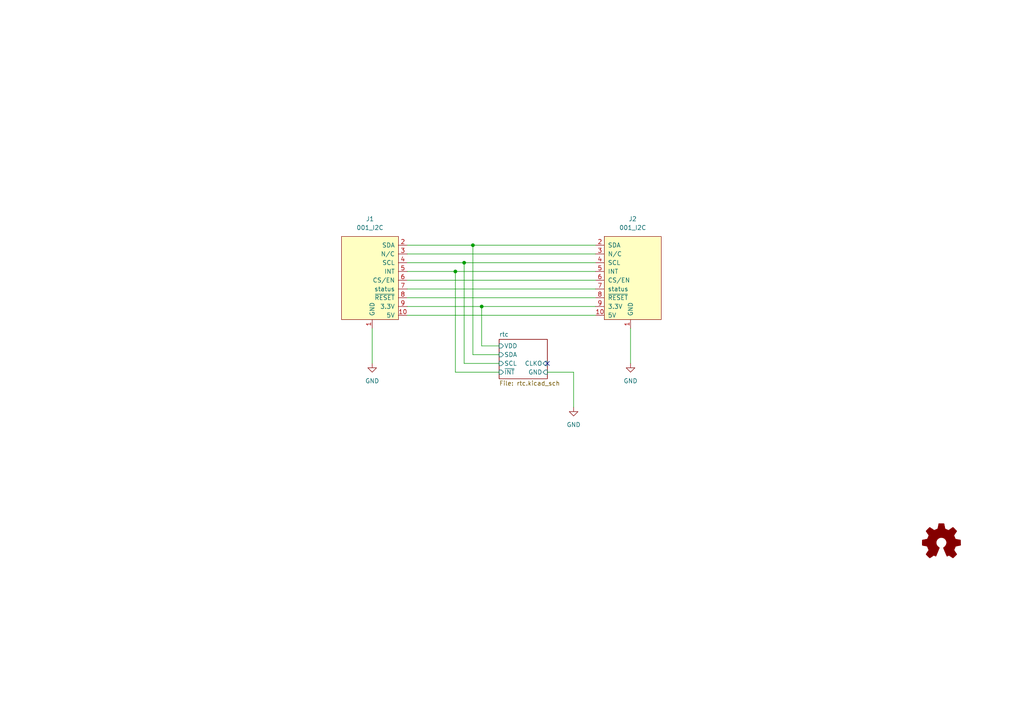
<source format=kicad_sch>
(kicad_sch
	(version 20231120)
	(generator "eeschema")
	(generator_version "8.0")
	(uuid "57732dd3-1162-4c3f-88bd-31bf473d124d")
	(paper "A4")
	(lib_symbols
		(symbol "Graphic:Logo_Open_Hardware_Small"
			(pin_names
				(offset 1.016)
			)
			(exclude_from_sim no)
			(in_bom yes)
			(on_board yes)
			(property "Reference" "#LOGO"
				(at 0 6.985 0)
				(effects
					(font
						(size 1.27 1.27)
					)
					(hide yes)
				)
			)
			(property "Value" "Logo_Open_Hardware_Small"
				(at 0 -5.715 0)
				(effects
					(font
						(size 1.27 1.27)
					)
					(hide yes)
				)
			)
			(property "Footprint" ""
				(at 0 0 0)
				(effects
					(font
						(size 1.27 1.27)
					)
					(hide yes)
				)
			)
			(property "Datasheet" "~"
				(at 0 0 0)
				(effects
					(font
						(size 1.27 1.27)
					)
					(hide yes)
				)
			)
			(property "Description" "Open Hardware logo, small"
				(at 0 0 0)
				(effects
					(font
						(size 1.27 1.27)
					)
					(hide yes)
				)
			)
			(property "ki_keywords" "Logo"
				(at 0 0 0)
				(effects
					(font
						(size 1.27 1.27)
					)
					(hide yes)
				)
			)
			(symbol "Logo_Open_Hardware_Small_0_1"
				(polyline
					(pts
						(xy 3.3528 -4.3434) (xy 3.302 -4.318) (xy 3.175 -4.2418) (xy 2.9972 -4.1148) (xy 2.7686 -3.9624)
						(xy 2.54 -3.81) (xy 2.3622 -3.7084) (xy 2.2352 -3.6068) (xy 2.1844 -3.5814) (xy 2.159 -3.6068)
						(xy 2.0574 -3.6576) (xy 1.905 -3.7338) (xy 1.8034 -3.7846) (xy 1.6764 -3.8354) (xy 1.6002 -3.8354)
						(xy 1.6002 -3.8354) (xy 1.5494 -3.7338) (xy 1.4732 -3.5306) (xy 1.3462 -3.302) (xy 1.2446 -3.0226)
						(xy 1.1176 -2.7178) (xy 0.9652 -2.413) (xy 0.8636 -2.1082) (xy 0.7366 -1.8288) (xy 0.6604 -1.6256)
						(xy 0.6096 -1.4732) (xy 0.5842 -1.397) (xy 0.5842 -1.397) (xy 0.6604 -1.3208) (xy 0.7874 -1.2446)
						(xy 1.0414 -1.016) (xy 1.2954 -0.6858) (xy 1.4478 -0.3302) (xy 1.524 0.0762) (xy 1.4732 0.4572)
						(xy 1.3208 0.8128) (xy 1.0668 1.143) (xy 0.762 1.3716) (xy 0.4064 1.524) (xy 0 1.5748) (xy -0.381 1.5494)
						(xy -0.7366 1.397) (xy -1.0668 1.143) (xy -1.2192 0.9906) (xy -1.397 0.6604) (xy -1.524 0.3048)
						(xy -1.524 0.2286) (xy -1.4986 -0.1778) (xy -1.397 -0.5334) (xy -1.1938 -0.8636) (xy -0.9144 -1.143)
						(xy -0.8636 -1.1684) (xy -0.7366 -1.27) (xy -0.635 -1.3462) (xy -0.5842 -1.397) (xy -1.0668 -2.5908)
						(xy -1.143 -2.794) (xy -1.2954 -3.1242) (xy -1.397 -3.4036) (xy -1.4986 -3.6322) (xy -1.5748 -3.7846)
						(xy -1.6002 -3.8354) (xy -1.6002 -3.8354) (xy -1.651 -3.8354) (xy -1.7272 -3.81) (xy -1.905 -3.7338)
						(xy -2.0066 -3.683) (xy -2.1336 -3.6068) (xy -2.2098 -3.5814) (xy -2.2606 -3.6068) (xy -2.3622 -3.683)
						(xy -2.54 -3.81) (xy -2.7686 -3.9624) (xy -2.9718 -4.0894) (xy -3.1496 -4.2164) (xy -3.302 -4.318)
						(xy -3.3528 -4.3434) (xy -3.3782 -4.3434) (xy -3.429 -4.318) (xy -3.5306 -4.2164) (xy -3.7084 -4.064)
						(xy -3.937 -3.8354) (xy -3.9624 -3.81) (xy -4.1656 -3.6068) (xy -4.318 -3.4544) (xy -4.4196 -3.3274)
						(xy -4.445 -3.2766) (xy -4.445 -3.2766) (xy -4.4196 -3.2258) (xy -4.318 -3.0734) (xy -4.2164 -2.8956)
						(xy -4.064 -2.667) (xy -3.6576 -2.0828) (xy -3.8862 -1.5494) (xy -3.937 -1.3716) (xy -4.0386 -1.1684)
						(xy -4.0894 -1.0414) (xy -4.1148 -0.9652) (xy -4.191 -0.9398) (xy -4.318 -0.9144) (xy -4.5466 -0.8636)
						(xy -4.8006 -0.8128) (xy -5.0546 -0.7874) (xy -5.2578 -0.7366) (xy -5.4356 -0.7112) (xy -5.5118 -0.6858)
						(xy -5.5118 -0.6858) (xy -5.5372 -0.635) (xy -5.5372 -0.5588) (xy -5.5372 -0.4318) (xy -5.5626 -0.2286)
						(xy -5.5626 0.0762) (xy -5.5626 0.127) (xy -5.5372 0.4064) (xy -5.5372 0.635) (xy -5.5372 0.762)
						(xy -5.5372 0.8382) (xy -5.5372 0.8382) (xy -5.461 0.8382) (xy -5.3086 0.889) (xy -5.08 0.9144)
						(xy -4.826 0.9652) (xy -4.8006 0.9906) (xy -4.5466 1.0414) (xy -4.318 1.0668) (xy -4.1656 1.1176)
						(xy -4.0894 1.143) (xy -4.0894 1.143) (xy -4.0386 1.2446) (xy -3.9624 1.4224) (xy -3.8608 1.6256)
						(xy -3.7846 1.8288) (xy -3.7084 2.0066) (xy -3.6576 2.159) (xy -3.6322 2.2098) (xy -3.6322 2.2098)
						(xy -3.683 2.286) (xy -3.7592 2.413) (xy -3.8862 2.5908) (xy -4.064 2.8194) (xy -4.064 2.8448)
						(xy -4.2164 3.0734) (xy -4.3434 3.2512) (xy -4.4196 3.3782) (xy -4.445 3.4544) (xy -4.445 3.4544)
						(xy -4.3942 3.5052) (xy -4.2926 3.6322) (xy -4.1148 3.81) (xy -3.937 4.0132) (xy -3.8608 4.064)
						(xy -3.6576 4.2926) (xy -3.5052 4.4196) (xy -3.4036 4.4958) (xy -3.3528 4.5212) (xy -3.3528 4.5212)
						(xy -3.302 4.4704) (xy -3.1496 4.3688) (xy -2.9718 4.2418) (xy -2.7432 4.0894) (xy -2.7178 4.0894)
						(xy -2.4892 3.937) (xy -2.3114 3.81) (xy -2.1844 3.7084) (xy -2.1336 3.683) (xy -2.1082 3.683)
						(xy -2.032 3.7084) (xy -1.8542 3.7592) (xy -1.6764 3.8354) (xy -1.4732 3.937) (xy -1.27 4.0132)
						(xy -1.143 4.064) (xy -1.0668 4.1148) (xy -1.0668 4.1148) (xy -1.0414 4.191) (xy -1.016 4.3434)
						(xy -0.9652 4.572) (xy -0.9144 4.8514) (xy -0.889 4.9022) (xy -0.8382 5.1562) (xy -0.8128 5.3848)
						(xy -0.7874 5.5372) (xy -0.762 5.588) (xy -0.7112 5.6134) (xy -0.5842 5.6134) (xy -0.4064 5.6134)
						(xy -0.1524 5.6134) (xy 0.0762 5.6134) (xy 0.3302 5.6134) (xy 0.5334 5.6134) (xy 0.6858 5.588)
						(xy 0.7366 5.588) (xy 0.7366 5.588) (xy 0.762 5.5118) (xy 0.8128 5.334) (xy 0.8382 5.1054) (xy 0.9144 4.826)
						(xy 0.9144 4.7752) (xy 0.9652 4.5212) (xy 1.016 4.2926) (xy 1.0414 4.1402) (xy 1.0668 4.0894)
						(xy 1.0668 4.0894) (xy 1.1938 4.0386) (xy 1.3716 3.9624) (xy 1.5748 3.8608) (xy 2.0828 3.6576)
						(xy 2.7178 4.0894) (xy 2.7686 4.1402) (xy 2.9972 4.2926) (xy 3.175 4.4196) (xy 3.302 4.4958) (xy 3.3782 4.5212)
						(xy 3.3782 4.5212) (xy 3.429 4.4704) (xy 3.556 4.3434) (xy 3.7338 4.191) (xy 3.9116 3.9878) (xy 4.064 3.8354)
						(xy 4.2418 3.6576) (xy 4.3434 3.556) (xy 4.4196 3.4798) (xy 4.4196 3.429) (xy 4.4196 3.4036) (xy 4.3942 3.3274)
						(xy 4.2926 3.2004) (xy 4.1656 2.9972) (xy 4.0132 2.794) (xy 3.8862 2.5908) (xy 3.7592 2.3876)
						(xy 3.6576 2.2352) (xy 3.6322 2.159) (xy 3.6322 2.1336) (xy 3.683 2.0066) (xy 3.7592 1.8288) (xy 3.8608 1.6002)
						(xy 4.064 1.1176) (xy 4.3942 1.0414) (xy 4.5974 1.016) (xy 4.8768 0.9652) (xy 5.1308 0.9144) (xy 5.5372 0.8382)
						(xy 5.5626 -0.6604) (xy 5.4864 -0.6858) (xy 5.4356 -0.6858) (xy 5.2832 -0.7366) (xy 5.0546 -0.762)
						(xy 4.8006 -0.8128) (xy 4.5974 -0.8636) (xy 4.3688 -0.9144) (xy 4.2164 -0.9398) (xy 4.1402 -0.9398)
						(xy 4.1148 -0.9652) (xy 4.064 -1.0668) (xy 3.9878 -1.2446) (xy 3.9116 -1.4478) (xy 3.81 -1.651)
						(xy 3.7338 -1.8542) (xy 3.683 -2.0066) (xy 3.6576 -2.0828) (xy 3.683 -2.1336) (xy 3.7846 -2.2606)
						(xy 3.8862 -2.4638) (xy 4.0386 -2.667) (xy 4.191 -2.8956) (xy 4.318 -3.0734) (xy 4.3942 -3.2004)
						(xy 4.445 -3.2766) (xy 4.4196 -3.3274) (xy 4.3434 -3.429) (xy 4.1656 -3.5814) (xy 3.937 -3.8354)
						(xy 3.8862 -3.8608) (xy 3.683 -4.064) (xy 3.5306 -4.2164) (xy 3.4036 -4.318) (xy 3.3528 -4.3434)
					)
					(stroke
						(width 0)
						(type default)
					)
					(fill
						(type outline)
					)
				)
			)
		)
		(symbol "power:GND"
			(power)
			(pin_names
				(offset 0)
			)
			(exclude_from_sim no)
			(in_bom yes)
			(on_board yes)
			(property "Reference" "#PWR"
				(at 0 -6.35 0)
				(effects
					(font
						(size 1.27 1.27)
					)
					(hide yes)
				)
			)
			(property "Value" "GND"
				(at 0 -3.81 0)
				(effects
					(font
						(size 1.27 1.27)
					)
				)
			)
			(property "Footprint" ""
				(at 0 0 0)
				(effects
					(font
						(size 1.27 1.27)
					)
					(hide yes)
				)
			)
			(property "Datasheet" ""
				(at 0 0 0)
				(effects
					(font
						(size 1.27 1.27)
					)
					(hide yes)
				)
			)
			(property "Description" "Power symbol creates a global label with name \"GND\" , ground"
				(at 0 0 0)
				(effects
					(font
						(size 1.27 1.27)
					)
					(hide yes)
				)
			)
			(property "ki_keywords" "power-flag"
				(at 0 0 0)
				(effects
					(font
						(size 1.27 1.27)
					)
					(hide yes)
				)
			)
			(symbol "GND_0_1"
				(polyline
					(pts
						(xy 0 0) (xy 0 -1.27) (xy 1.27 -1.27) (xy 0 -2.54) (xy -1.27 -1.27) (xy 0 -1.27)
					)
					(stroke
						(width 0)
						(type default)
					)
					(fill
						(type none)
					)
				)
			)
			(symbol "GND_1_1"
				(pin power_in line
					(at 0 0 270)
					(length 0) hide
					(name "GND"
						(effects
							(font
								(size 1.27 1.27)
							)
						)
					)
					(number "1"
						(effects
							(font
								(size 1.27 1.27)
							)
						)
					)
				)
			)
		)
		(symbol "put_on_edge:001_I2C"
			(pin_names
				(offset 1.016)
			)
			(exclude_from_sim no)
			(in_bom yes)
			(on_board yes)
			(property "Reference" "J"
				(at -2.54 13.97 0)
				(effects
					(font
						(size 1.27 1.27)
					)
				)
			)
			(property "Value" "001_I2C"
				(at 8.89 13.97 0)
				(effects
					(font
						(size 1.27 1.27)
					)
				)
			)
			(property "Footprint" ""
				(at 7.62 16.51 0)
				(effects
					(font
						(size 1.27 1.27)
					)
					(hide yes)
				)
			)
			(property "Datasheet" ""
				(at 7.62 16.51 0)
				(effects
					(font
						(size 1.27 1.27)
					)
					(hide yes)
				)
			)
			(property "Description" ""
				(at 0 0 0)
				(effects
					(font
						(size 1.27 1.27)
					)
					(hide yes)
				)
			)
			(symbol "001_I2C_0_1"
				(rectangle
					(start -8.89 12.7)
					(end 7.62 -11.43)
					(stroke
						(width 0)
						(type default)
					)
					(fill
						(type background)
					)
				)
			)
			(symbol "001_I2C_1_1"
				(pin power_in line
					(at -1.27 -13.97 90)
					(length 2.54)
					(name "GND"
						(effects
							(font
								(size 1.27 1.27)
							)
						)
					)
					(number "1"
						(effects
							(font
								(size 1.27 1.27)
							)
						)
					)
				)
				(pin power_in line
					(at -11.43 -10.16 0)
					(length 2.54)
					(name "5V"
						(effects
							(font
								(size 1.27 1.27)
							)
						)
					)
					(number "10"
						(effects
							(font
								(size 1.27 1.27)
							)
						)
					)
				)
				(pin bidirectional line
					(at -11.43 10.16 0)
					(length 2.54)
					(name "SDA"
						(effects
							(font
								(size 1.27 1.27)
							)
						)
					)
					(number "2"
						(effects
							(font
								(size 1.27 1.27)
							)
						)
					)
				)
				(pin bidirectional line
					(at -11.43 7.62 0)
					(length 2.54)
					(name "N/C"
						(effects
							(font
								(size 1.27 1.27)
							)
						)
					)
					(number "3"
						(effects
							(font
								(size 1.27 1.27)
							)
						)
					)
				)
				(pin bidirectional line
					(at -11.43 5.08 0)
					(length 2.54)
					(name "SCL"
						(effects
							(font
								(size 1.27 1.27)
							)
						)
					)
					(number "4"
						(effects
							(font
								(size 1.27 1.27)
							)
						)
					)
				)
				(pin bidirectional line
					(at -11.43 2.54 0)
					(length 2.54)
					(name "INT"
						(effects
							(font
								(size 1.27 1.27)
							)
						)
					)
					(number "5"
						(effects
							(font
								(size 1.27 1.27)
							)
						)
					)
				)
				(pin bidirectional line
					(at -11.43 0 0)
					(length 2.54)
					(name "CS/EN"
						(effects
							(font
								(size 1.27 1.27)
							)
						)
					)
					(number "6"
						(effects
							(font
								(size 1.27 1.27)
							)
						)
					)
				)
				(pin bidirectional line
					(at -11.43 -2.54 0)
					(length 2.54)
					(name "status"
						(effects
							(font
								(size 1.27 1.27)
							)
						)
					)
					(number "7"
						(effects
							(font
								(size 1.27 1.27)
							)
						)
					)
				)
				(pin bidirectional line
					(at -11.43 -5.08 0)
					(length 2.54)
					(name "~{RESET}"
						(effects
							(font
								(size 1.27 1.27)
							)
						)
					)
					(number "8"
						(effects
							(font
								(size 1.27 1.27)
							)
						)
					)
				)
				(pin power_in line
					(at -11.43 -7.62 0)
					(length 2.54)
					(name "3.3V"
						(effects
							(font
								(size 1.27 1.27)
							)
						)
					)
					(number "9"
						(effects
							(font
								(size 1.27 1.27)
							)
						)
					)
				)
			)
		)
	)
	(junction
		(at 132.08 78.74)
		(diameter 0)
		(color 0 0 0 0)
		(uuid "19b48bfe-befe-4811-abc8-89b86a5e8716")
	)
	(junction
		(at 134.62 76.2)
		(diameter 0)
		(color 0 0 0 0)
		(uuid "29fa5eb4-eb0b-450e-b471-c8bac04ee0f7")
	)
	(junction
		(at 139.7 88.9)
		(diameter 0)
		(color 0 0 0 0)
		(uuid "d6e56fff-8402-4e77-8202-d50c23faacf8")
	)
	(junction
		(at 137.16 71.12)
		(diameter 0)
		(color 0 0 0 0)
		(uuid "ed9e102f-c73d-4ba9-ad1f-21b997caf7a3")
	)
	(no_connect
		(at 158.75 105.41)
		(uuid "30ccd649-ddea-4467-87d9-bb3c5540b6c6")
	)
	(wire
		(pts
			(xy 118.11 73.66) (xy 172.72 73.66)
		)
		(stroke
			(width 0)
			(type default)
		)
		(uuid "0191692e-9ec6-447b-987d-b0650ac68ecc")
	)
	(wire
		(pts
			(xy 118.11 86.36) (xy 172.72 86.36)
		)
		(stroke
			(width 0)
			(type default)
		)
		(uuid "1aa6dd93-5f4c-4a7e-bf63-e01f5ab073fe")
	)
	(wire
		(pts
			(xy 182.88 95.25) (xy 182.88 105.41)
		)
		(stroke
			(width 0)
			(type default)
		)
		(uuid "2ea6f13e-2279-45d3-8215-d888c8c77758")
	)
	(wire
		(pts
			(xy 118.11 83.82) (xy 172.72 83.82)
		)
		(stroke
			(width 0)
			(type default)
		)
		(uuid "322bc231-e187-4a96-8c46-ba232a8d897f")
	)
	(wire
		(pts
			(xy 166.37 107.95) (xy 166.37 118.11)
		)
		(stroke
			(width 0)
			(type default)
		)
		(uuid "5a1fc14d-1d6f-444c-82b2-77ce3f0eeb3f")
	)
	(wire
		(pts
			(xy 118.11 88.9) (xy 139.7 88.9)
		)
		(stroke
			(width 0)
			(type default)
		)
		(uuid "5ce14026-4cd1-462a-a254-6c0d9c37356f")
	)
	(wire
		(pts
			(xy 139.7 100.33) (xy 139.7 88.9)
		)
		(stroke
			(width 0)
			(type default)
		)
		(uuid "603bde4e-332a-455a-b791-6ac7f564488c")
	)
	(wire
		(pts
			(xy 137.16 102.87) (xy 137.16 71.12)
		)
		(stroke
			(width 0)
			(type default)
		)
		(uuid "61ab3572-29b4-4eb6-a898-0de9e5aa4d11")
	)
	(wire
		(pts
			(xy 118.11 91.44) (xy 172.72 91.44)
		)
		(stroke
			(width 0)
			(type default)
		)
		(uuid "63aa3f1d-a58e-4be2-9f28-070001dc75d4")
	)
	(wire
		(pts
			(xy 144.78 100.33) (xy 139.7 100.33)
		)
		(stroke
			(width 0)
			(type default)
		)
		(uuid "75a550e9-8c6b-47f6-84ff-d1776ca33835")
	)
	(wire
		(pts
			(xy 134.62 105.41) (xy 134.62 76.2)
		)
		(stroke
			(width 0)
			(type default)
		)
		(uuid "7631c528-ec1d-4f2e-ac10-80e41e01d76d")
	)
	(wire
		(pts
			(xy 132.08 107.95) (xy 132.08 78.74)
		)
		(stroke
			(width 0)
			(type default)
		)
		(uuid "90c63760-35b7-481d-ae6a-598ac956d674")
	)
	(wire
		(pts
			(xy 134.62 76.2) (xy 172.72 76.2)
		)
		(stroke
			(width 0)
			(type default)
		)
		(uuid "a44d5e43-a117-4e77-aa10-f20de6af6d9b")
	)
	(wire
		(pts
			(xy 144.78 102.87) (xy 137.16 102.87)
		)
		(stroke
			(width 0)
			(type default)
		)
		(uuid "a75f9453-8b9d-4b43-a0b1-89cfd1c144b3")
	)
	(wire
		(pts
			(xy 118.11 71.12) (xy 137.16 71.12)
		)
		(stroke
			(width 0)
			(type default)
		)
		(uuid "af64188c-7612-4adc-b33d-f594a26f23bf")
	)
	(wire
		(pts
			(xy 158.75 107.95) (xy 166.37 107.95)
		)
		(stroke
			(width 0)
			(type default)
		)
		(uuid "b5f50e6e-6728-4454-96f5-44e0bc388ce5")
	)
	(wire
		(pts
			(xy 132.08 78.74) (xy 172.72 78.74)
		)
		(stroke
			(width 0)
			(type default)
		)
		(uuid "b63fc2cc-2899-40b9-be7d-1f0ddde2f669")
	)
	(wire
		(pts
			(xy 118.11 78.74) (xy 132.08 78.74)
		)
		(stroke
			(width 0)
			(type default)
		)
		(uuid "b761e2b2-3342-4271-bec9-162493cba9d8")
	)
	(wire
		(pts
			(xy 144.78 105.41) (xy 134.62 105.41)
		)
		(stroke
			(width 0)
			(type default)
		)
		(uuid "c302622e-5791-4c9f-b4ad-92bebd45aa86")
	)
	(wire
		(pts
			(xy 144.78 107.95) (xy 132.08 107.95)
		)
		(stroke
			(width 0)
			(type default)
		)
		(uuid "dfb19822-3c37-4837-b1b0-ccdc77d56ab4")
	)
	(wire
		(pts
			(xy 137.16 71.12) (xy 172.72 71.12)
		)
		(stroke
			(width 0)
			(type default)
		)
		(uuid "e3f3839a-d5cc-4e01-9235-3bac746ad64e")
	)
	(wire
		(pts
			(xy 118.11 81.28) (xy 172.72 81.28)
		)
		(stroke
			(width 0)
			(type default)
		)
		(uuid "e74502bb-1272-4abb-a8c0-3e491735d613")
	)
	(wire
		(pts
			(xy 118.11 76.2) (xy 134.62 76.2)
		)
		(stroke
			(width 0)
			(type default)
		)
		(uuid "f2f8a979-1234-4542-86d2-956b478f86fd")
	)
	(wire
		(pts
			(xy 139.7 88.9) (xy 172.72 88.9)
		)
		(stroke
			(width 0)
			(type default)
		)
		(uuid "f5754044-55f9-48c2-b54c-afb35e9680f7")
	)
	(wire
		(pts
			(xy 107.95 95.25) (xy 107.95 105.41)
		)
		(stroke
			(width 0)
			(type default)
		)
		(uuid "f9bce7d1-5372-494d-80d9-ad3522107d2c")
	)
	(symbol
		(lib_id "put_on_edge:001_I2C")
		(at 184.15 81.28 0)
		(unit 1)
		(exclude_from_sim no)
		(in_bom yes)
		(on_board yes)
		(dnp no)
		(uuid "3e1b68aa-d653-4b40-b99d-69089349b963")
		(property "Reference" "J2"
			(at 183.515 63.5 0)
			(effects
				(font
					(size 1.27 1.27)
				)
			)
		)
		(property "Value" "001_I2C"
			(at 183.515 66.04 0)
			(effects
				(font
					(size 1.27 1.27)
				)
			)
		)
		(property "Footprint" "on_edge:on_edge_2x05_host"
			(at 191.77 64.77 0)
			(effects
				(font
					(size 1.27 1.27)
				)
				(hide yes)
			)
		)
		(property "Datasheet" ""
			(at 191.77 64.77 0)
			(effects
				(font
					(size 1.27 1.27)
				)
				(hide yes)
			)
		)
		(property "Description" ""
			(at 184.15 81.28 0)
			(effects
				(font
					(size 1.27 1.27)
				)
				(hide yes)
			)
		)
		(pin "6"
			(uuid "b5264e4b-91b9-4500-836f-165016545f46")
		)
		(pin "1"
			(uuid "5ed3f57c-b1a0-413a-81df-405a8ce11ca8")
		)
		(pin "4"
			(uuid "e78ec79d-c0cd-4884-9449-fc2252fb6637")
		)
		(pin "5"
			(uuid "61315a05-b7f9-40b7-a628-0376a32bbcff")
		)
		(pin "7"
			(uuid "2d9ce09e-7920-4608-94fc-98b7200df863")
		)
		(pin "8"
			(uuid "12ea29b7-440f-4c64-9776-c1959848b529")
		)
		(pin "9"
			(uuid "faa63163-5e8e-47c4-b13b-f9ddb08c3a18")
		)
		(pin "3"
			(uuid "1da52ffa-2cd2-4db3-95bb-ab61dee70607")
		)
		(pin "10"
			(uuid "ab7ebc7f-99ff-4110-ad41-3fcf710de887")
		)
		(pin "2"
			(uuid "7ea34f15-51a6-46ff-9da1-4d7b1af4083d")
		)
		(instances
			(project "board"
				(path "/57732dd3-1162-4c3f-88bd-31bf473d124d"
					(reference "J2")
					(unit 1)
				)
			)
		)
	)
	(symbol
		(lib_id "power:GND")
		(at 107.95 105.41 0)
		(unit 1)
		(exclude_from_sim no)
		(in_bom yes)
		(on_board yes)
		(dnp no)
		(fields_autoplaced yes)
		(uuid "5c0d2971-d5ae-4294-9a24-03df10394ae9")
		(property "Reference" "#PWR02"
			(at 107.95 111.76 0)
			(effects
				(font
					(size 1.27 1.27)
				)
				(hide yes)
			)
		)
		(property "Value" "GND"
			(at 107.95 110.49 0)
			(effects
				(font
					(size 1.27 1.27)
				)
			)
		)
		(property "Footprint" ""
			(at 107.95 105.41 0)
			(effects
				(font
					(size 1.27 1.27)
				)
				(hide yes)
			)
		)
		(property "Datasheet" ""
			(at 107.95 105.41 0)
			(effects
				(font
					(size 1.27 1.27)
				)
				(hide yes)
			)
		)
		(property "Description" ""
			(at 107.95 105.41 0)
			(effects
				(font
					(size 1.27 1.27)
				)
				(hide yes)
			)
		)
		(pin "1"
			(uuid "cd25bb54-b4b9-4150-915f-9cd4ab9eda84")
		)
		(instances
			(project "board"
				(path "/57732dd3-1162-4c3f-88bd-31bf473d124d"
					(reference "#PWR02")
					(unit 1)
				)
			)
		)
	)
	(symbol
		(lib_id "power:GND")
		(at 182.88 105.41 0)
		(unit 1)
		(exclude_from_sim no)
		(in_bom yes)
		(on_board yes)
		(dnp no)
		(fields_autoplaced yes)
		(uuid "95e10649-86c4-4ee2-9b33-6744ca8f3cee")
		(property "Reference" "#PWR01"
			(at 182.88 111.76 0)
			(effects
				(font
					(size 1.27 1.27)
				)
				(hide yes)
			)
		)
		(property "Value" "GND"
			(at 182.88 110.49 0)
			(effects
				(font
					(size 1.27 1.27)
				)
			)
		)
		(property "Footprint" ""
			(at 182.88 105.41 0)
			(effects
				(font
					(size 1.27 1.27)
				)
				(hide yes)
			)
		)
		(property "Datasheet" ""
			(at 182.88 105.41 0)
			(effects
				(font
					(size 1.27 1.27)
				)
				(hide yes)
			)
		)
		(property "Description" ""
			(at 182.88 105.41 0)
			(effects
				(font
					(size 1.27 1.27)
				)
				(hide yes)
			)
		)
		(pin "1"
			(uuid "3cd4d1cc-6f1a-4aae-98bc-9f29bbe02822")
		)
		(instances
			(project "board"
				(path "/57732dd3-1162-4c3f-88bd-31bf473d124d"
					(reference "#PWR01")
					(unit 1)
				)
			)
		)
	)
	(symbol
		(lib_id "power:GND")
		(at 166.37 118.11 0)
		(unit 1)
		(exclude_from_sim no)
		(in_bom yes)
		(on_board yes)
		(dnp no)
		(fields_autoplaced yes)
		(uuid "971afa99-5d33-4a72-a8e1-edd3c45138ed")
		(property "Reference" "#PWR0101"
			(at 166.37 124.46 0)
			(effects
				(font
					(size 1.27 1.27)
				)
				(hide yes)
			)
		)
		(property "Value" "GND"
			(at 166.37 123.19 0)
			(effects
				(font
					(size 1.27 1.27)
				)
			)
		)
		(property "Footprint" ""
			(at 166.37 118.11 0)
			(effects
				(font
					(size 1.27 1.27)
				)
				(hide yes)
			)
		)
		(property "Datasheet" ""
			(at 166.37 118.11 0)
			(effects
				(font
					(size 1.27 1.27)
				)
				(hide yes)
			)
		)
		(property "Description" ""
			(at 166.37 118.11 0)
			(effects
				(font
					(size 1.27 1.27)
				)
				(hide yes)
			)
		)
		(pin "1"
			(uuid "0e12e353-ffd6-4e27-8957-653e209f57b0")
		)
		(instances
			(project "board"
				(path "/57732dd3-1162-4c3f-88bd-31bf473d124d"
					(reference "#PWR0101")
					(unit 1)
				)
			)
		)
	)
	(symbol
		(lib_id "put_on_edge:001_I2C")
		(at 106.68 81.28 0)
		(mirror y)
		(unit 1)
		(exclude_from_sim no)
		(in_bom yes)
		(on_board yes)
		(dnp no)
		(fields_autoplaced yes)
		(uuid "a52338d3-79a5-4f05-9233-2817fb27762a")
		(property "Reference" "J1"
			(at 107.315 63.5 0)
			(effects
				(font
					(size 1.27 1.27)
				)
			)
		)
		(property "Value" "001_I2C"
			(at 107.315 66.04 0)
			(effects
				(font
					(size 1.27 1.27)
				)
			)
		)
		(property "Footprint" "on_edge:on_edge_2x05_device"
			(at 99.06 64.77 0)
			(effects
				(font
					(size 1.27 1.27)
				)
				(hide yes)
			)
		)
		(property "Datasheet" ""
			(at 99.06 64.77 0)
			(effects
				(font
					(size 1.27 1.27)
				)
				(hide yes)
			)
		)
		(property "Description" ""
			(at 106.68 81.28 0)
			(effects
				(font
					(size 1.27 1.27)
				)
				(hide yes)
			)
		)
		(pin "6"
			(uuid "f711c64c-9454-43cc-9653-b8bf046e29c2")
		)
		(pin "1"
			(uuid "f8992f3b-7842-4932-b51c-fee8d6b3b211")
		)
		(pin "4"
			(uuid "5f843804-fd14-4b90-a09b-c59b8cfe4379")
		)
		(pin "5"
			(uuid "036b02d6-dbf9-447f-8ed9-feafdb8bded6")
		)
		(pin "7"
			(uuid "22711fd2-76a1-4166-b652-8aa4cb5134ce")
		)
		(pin "8"
			(uuid "341ef70f-01bb-4586-9b1b-98e8d140850b")
		)
		(pin "9"
			(uuid "983db2f8-5589-4cd4-af96-0733d3bb6672")
		)
		(pin "3"
			(uuid "df6b944b-a98f-4f30-99da-dc3a64547f66")
		)
		(pin "10"
			(uuid "93e90a0b-97e5-49be-90b8-0c85b64dafbf")
		)
		(pin "2"
			(uuid "79fb51c9-ff1d-40ef-aa27-8390dacdf582")
		)
		(instances
			(project ""
				(path "/57732dd3-1162-4c3f-88bd-31bf473d124d"
					(reference "J1")
					(unit 1)
				)
			)
		)
	)
	(symbol
		(lib_id "Graphic:Logo_Open_Hardware_Small")
		(at 273.05 157.48 0)
		(unit 1)
		(exclude_from_sim no)
		(in_bom yes)
		(on_board yes)
		(dnp no)
		(fields_autoplaced yes)
		(uuid "b72b6f4a-7489-40f2-bb90-d75ae01aa368")
		(property "Reference" "LOGO1"
			(at 273.05 150.495 0)
			(effects
				(font
					(size 1.27 1.27)
				)
				(hide yes)
			)
		)
		(property "Value" "Logo_Open_Hardware_Small"
			(at 273.05 163.195 0)
			(effects
				(font
					(size 1.27 1.27)
				)
				(hide yes)
			)
		)
		(property "Footprint" "Symbol:OSHW-Symbol_6.7x6mm_SilkScreen"
			(at 273.05 157.48 0)
			(effects
				(font
					(size 1.27 1.27)
				)
				(hide yes)
			)
		)
		(property "Datasheet" "~"
			(at 273.05 157.48 0)
			(effects
				(font
					(size 1.27 1.27)
				)
				(hide yes)
			)
		)
		(property "Description" ""
			(at 273.05 157.48 0)
			(effects
				(font
					(size 1.27 1.27)
				)
				(hide yes)
			)
		)
		(instances
			(project "board"
				(path "/57732dd3-1162-4c3f-88bd-31bf473d124d"
					(reference "LOGO1")
					(unit 1)
				)
			)
		)
	)
	(sheet
		(at 144.78 98.425)
		(size 13.97 11.43)
		(fields_autoplaced yes)
		(stroke
			(width 0.1524)
			(type solid)
		)
		(fill
			(color 0 0 0 0.0000)
		)
		(uuid "292c7bbf-0e98-4a99-80d7-0676fd485af9")
		(property "Sheetname" "rtc"
			(at 144.78 97.7134 0)
			(effects
				(font
					(size 1.27 1.27)
				)
				(justify left bottom)
			)
		)
		(property "Sheetfile" "rtc.kicad_sch"
			(at 144.78 110.4396 0)
			(effects
				(font
					(size 1.27 1.27)
				)
				(justify left top)
			)
		)
		(pin "VDD" input
			(at 144.78 100.33 180)
			(effects
				(font
					(size 1.27 1.27)
				)
				(justify left)
			)
			(uuid "17b8b5ca-c074-4f96-8845-f850f8a2bb24")
		)
		(pin "GND" input
			(at 158.75 107.95 0)
			(effects
				(font
					(size 1.27 1.27)
				)
				(justify right)
			)
			(uuid "3b560241-eb51-47e0-bc1b-49699879e7ec")
		)
		(pin "SDA" input
			(at 144.78 102.87 180)
			(effects
				(font
					(size 1.27 1.27)
				)
				(justify left)
			)
			(uuid "109d43b1-eb30-49b6-a110-268ad5e889d3")
		)
		(pin "SCL" input
			(at 144.78 105.41 180)
			(effects
				(font
					(size 1.27 1.27)
				)
				(justify left)
			)
			(uuid "643196cd-89eb-43bd-b2cd-862204eb715d")
		)
		(pin "~{INT}" input
			(at 144.78 107.95 180)
			(effects
				(font
					(size 1.27 1.27)
				)
				(justify left)
			)
			(uuid "9012ddc3-a6cc-4671-acb8-2fda199f6b2e")
		)
		(pin "CLKO" input
			(at 158.75 105.41 0)
			(effects
				(font
					(size 1.27 1.27)
				)
				(justify right)
			)
			(uuid "af413159-a291-4e66-97b4-efa9c26ae754")
		)
		(instances
			(project "board"
				(path "/57732dd3-1162-4c3f-88bd-31bf473d124d"
					(page "2")
				)
			)
		)
	)
	(sheet_instances
		(path "/"
			(page "1")
		)
	)
)

</source>
